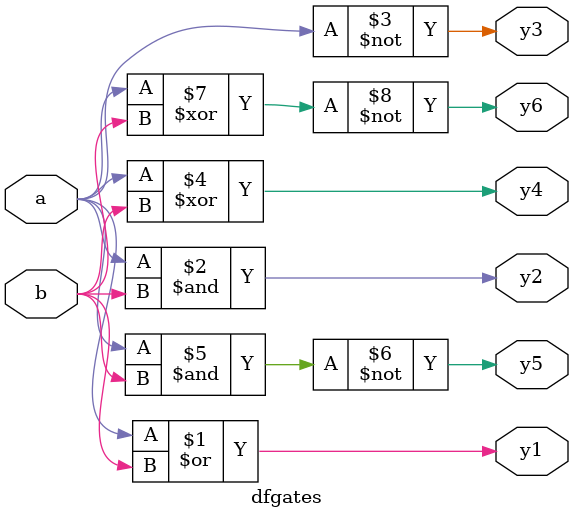
<source format=v>
module dfgates(a, b, y1, y2, y3, y4, y5, y6);
    input a, b;
    output y1, y2, y3, y4, y5, y6;

    assign y1 = a | b;      // OR
    assign y2 = a & b;      // AND
    assign y3 = ~a;         // NOT
    assign y4 = a ^ b;      // XOR
    assign y5 = ~(a & b);   // NAND
    assign y6 = ~(a ^ b);   // XNOR
    
endmodule

</source>
